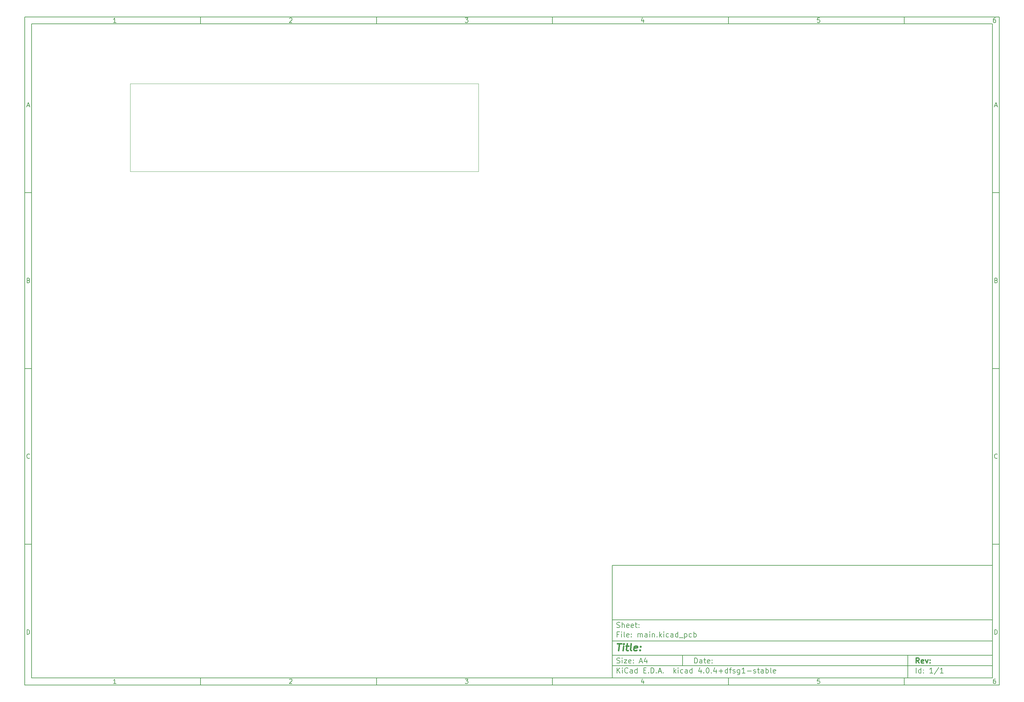
<source format=gbr>
G04 #@! TF.FileFunction,Profile,NP*
%FSLAX46Y46*%
G04 Gerber Fmt 4.6, Leading zero omitted, Abs format (unit mm)*
G04 Created by KiCad (PCBNEW 4.0.4+dfsg1-stable) date Wed Feb 15 18:20:12 2017*
%MOMM*%
%LPD*%
G01*
G04 APERTURE LIST*
%ADD10C,0.100000*%
%ADD11C,0.150000*%
%ADD12C,0.300000*%
%ADD13C,0.400000*%
G04 APERTURE END LIST*
D10*
D11*
X177002200Y-166007200D02*
X177002200Y-198007200D01*
X285002200Y-198007200D01*
X285002200Y-166007200D01*
X177002200Y-166007200D01*
D10*
D11*
X10000000Y-10000000D02*
X10000000Y-200007200D01*
X287002200Y-200007200D01*
X287002200Y-10000000D01*
X10000000Y-10000000D01*
D10*
D11*
X12000000Y-12000000D02*
X12000000Y-198007200D01*
X285002200Y-198007200D01*
X285002200Y-12000000D01*
X12000000Y-12000000D01*
D10*
D11*
X60000000Y-12000000D02*
X60000000Y-10000000D01*
D10*
D11*
X110000000Y-12000000D02*
X110000000Y-10000000D01*
D10*
D11*
X160000000Y-12000000D02*
X160000000Y-10000000D01*
D10*
D11*
X210000000Y-12000000D02*
X210000000Y-10000000D01*
D10*
D11*
X260000000Y-12000000D02*
X260000000Y-10000000D01*
D10*
D11*
X35990476Y-11588095D02*
X35247619Y-11588095D01*
X35619048Y-11588095D02*
X35619048Y-10288095D01*
X35495238Y-10473810D01*
X35371429Y-10597619D01*
X35247619Y-10659524D01*
D10*
D11*
X85247619Y-10411905D02*
X85309524Y-10350000D01*
X85433333Y-10288095D01*
X85742857Y-10288095D01*
X85866667Y-10350000D01*
X85928571Y-10411905D01*
X85990476Y-10535714D01*
X85990476Y-10659524D01*
X85928571Y-10845238D01*
X85185714Y-11588095D01*
X85990476Y-11588095D01*
D10*
D11*
X135185714Y-10288095D02*
X135990476Y-10288095D01*
X135557143Y-10783333D01*
X135742857Y-10783333D01*
X135866667Y-10845238D01*
X135928571Y-10907143D01*
X135990476Y-11030952D01*
X135990476Y-11340476D01*
X135928571Y-11464286D01*
X135866667Y-11526190D01*
X135742857Y-11588095D01*
X135371429Y-11588095D01*
X135247619Y-11526190D01*
X135185714Y-11464286D01*
D10*
D11*
X185866667Y-10721429D02*
X185866667Y-11588095D01*
X185557143Y-10226190D02*
X185247619Y-11154762D01*
X186052381Y-11154762D01*
D10*
D11*
X235928571Y-10288095D02*
X235309524Y-10288095D01*
X235247619Y-10907143D01*
X235309524Y-10845238D01*
X235433333Y-10783333D01*
X235742857Y-10783333D01*
X235866667Y-10845238D01*
X235928571Y-10907143D01*
X235990476Y-11030952D01*
X235990476Y-11340476D01*
X235928571Y-11464286D01*
X235866667Y-11526190D01*
X235742857Y-11588095D01*
X235433333Y-11588095D01*
X235309524Y-11526190D01*
X235247619Y-11464286D01*
D10*
D11*
X285866667Y-10288095D02*
X285619048Y-10288095D01*
X285495238Y-10350000D01*
X285433333Y-10411905D01*
X285309524Y-10597619D01*
X285247619Y-10845238D01*
X285247619Y-11340476D01*
X285309524Y-11464286D01*
X285371429Y-11526190D01*
X285495238Y-11588095D01*
X285742857Y-11588095D01*
X285866667Y-11526190D01*
X285928571Y-11464286D01*
X285990476Y-11340476D01*
X285990476Y-11030952D01*
X285928571Y-10907143D01*
X285866667Y-10845238D01*
X285742857Y-10783333D01*
X285495238Y-10783333D01*
X285371429Y-10845238D01*
X285309524Y-10907143D01*
X285247619Y-11030952D01*
D10*
D11*
X60000000Y-198007200D02*
X60000000Y-200007200D01*
D10*
D11*
X110000000Y-198007200D02*
X110000000Y-200007200D01*
D10*
D11*
X160000000Y-198007200D02*
X160000000Y-200007200D01*
D10*
D11*
X210000000Y-198007200D02*
X210000000Y-200007200D01*
D10*
D11*
X260000000Y-198007200D02*
X260000000Y-200007200D01*
D10*
D11*
X35990476Y-199595295D02*
X35247619Y-199595295D01*
X35619048Y-199595295D02*
X35619048Y-198295295D01*
X35495238Y-198481010D01*
X35371429Y-198604819D01*
X35247619Y-198666724D01*
D10*
D11*
X85247619Y-198419105D02*
X85309524Y-198357200D01*
X85433333Y-198295295D01*
X85742857Y-198295295D01*
X85866667Y-198357200D01*
X85928571Y-198419105D01*
X85990476Y-198542914D01*
X85990476Y-198666724D01*
X85928571Y-198852438D01*
X85185714Y-199595295D01*
X85990476Y-199595295D01*
D10*
D11*
X135185714Y-198295295D02*
X135990476Y-198295295D01*
X135557143Y-198790533D01*
X135742857Y-198790533D01*
X135866667Y-198852438D01*
X135928571Y-198914343D01*
X135990476Y-199038152D01*
X135990476Y-199347676D01*
X135928571Y-199471486D01*
X135866667Y-199533390D01*
X135742857Y-199595295D01*
X135371429Y-199595295D01*
X135247619Y-199533390D01*
X135185714Y-199471486D01*
D10*
D11*
X185866667Y-198728629D02*
X185866667Y-199595295D01*
X185557143Y-198233390D02*
X185247619Y-199161962D01*
X186052381Y-199161962D01*
D10*
D11*
X235928571Y-198295295D02*
X235309524Y-198295295D01*
X235247619Y-198914343D01*
X235309524Y-198852438D01*
X235433333Y-198790533D01*
X235742857Y-198790533D01*
X235866667Y-198852438D01*
X235928571Y-198914343D01*
X235990476Y-199038152D01*
X235990476Y-199347676D01*
X235928571Y-199471486D01*
X235866667Y-199533390D01*
X235742857Y-199595295D01*
X235433333Y-199595295D01*
X235309524Y-199533390D01*
X235247619Y-199471486D01*
D10*
D11*
X285866667Y-198295295D02*
X285619048Y-198295295D01*
X285495238Y-198357200D01*
X285433333Y-198419105D01*
X285309524Y-198604819D01*
X285247619Y-198852438D01*
X285247619Y-199347676D01*
X285309524Y-199471486D01*
X285371429Y-199533390D01*
X285495238Y-199595295D01*
X285742857Y-199595295D01*
X285866667Y-199533390D01*
X285928571Y-199471486D01*
X285990476Y-199347676D01*
X285990476Y-199038152D01*
X285928571Y-198914343D01*
X285866667Y-198852438D01*
X285742857Y-198790533D01*
X285495238Y-198790533D01*
X285371429Y-198852438D01*
X285309524Y-198914343D01*
X285247619Y-199038152D01*
D10*
D11*
X10000000Y-60000000D02*
X12000000Y-60000000D01*
D10*
D11*
X10000000Y-110000000D02*
X12000000Y-110000000D01*
D10*
D11*
X10000000Y-160000000D02*
X12000000Y-160000000D01*
D10*
D11*
X10690476Y-35216667D02*
X11309524Y-35216667D01*
X10566667Y-35588095D02*
X11000000Y-34288095D01*
X11433333Y-35588095D01*
D10*
D11*
X11092857Y-84907143D02*
X11278571Y-84969048D01*
X11340476Y-85030952D01*
X11402381Y-85154762D01*
X11402381Y-85340476D01*
X11340476Y-85464286D01*
X11278571Y-85526190D01*
X11154762Y-85588095D01*
X10659524Y-85588095D01*
X10659524Y-84288095D01*
X11092857Y-84288095D01*
X11216667Y-84350000D01*
X11278571Y-84411905D01*
X11340476Y-84535714D01*
X11340476Y-84659524D01*
X11278571Y-84783333D01*
X11216667Y-84845238D01*
X11092857Y-84907143D01*
X10659524Y-84907143D01*
D10*
D11*
X11402381Y-135464286D02*
X11340476Y-135526190D01*
X11154762Y-135588095D01*
X11030952Y-135588095D01*
X10845238Y-135526190D01*
X10721429Y-135402381D01*
X10659524Y-135278571D01*
X10597619Y-135030952D01*
X10597619Y-134845238D01*
X10659524Y-134597619D01*
X10721429Y-134473810D01*
X10845238Y-134350000D01*
X11030952Y-134288095D01*
X11154762Y-134288095D01*
X11340476Y-134350000D01*
X11402381Y-134411905D01*
D10*
D11*
X10659524Y-185588095D02*
X10659524Y-184288095D01*
X10969048Y-184288095D01*
X11154762Y-184350000D01*
X11278571Y-184473810D01*
X11340476Y-184597619D01*
X11402381Y-184845238D01*
X11402381Y-185030952D01*
X11340476Y-185278571D01*
X11278571Y-185402381D01*
X11154762Y-185526190D01*
X10969048Y-185588095D01*
X10659524Y-185588095D01*
D10*
D11*
X287002200Y-60000000D02*
X285002200Y-60000000D01*
D10*
D11*
X287002200Y-110000000D02*
X285002200Y-110000000D01*
D10*
D11*
X287002200Y-160000000D02*
X285002200Y-160000000D01*
D10*
D11*
X285692676Y-35216667D02*
X286311724Y-35216667D01*
X285568867Y-35588095D02*
X286002200Y-34288095D01*
X286435533Y-35588095D01*
D10*
D11*
X286095057Y-84907143D02*
X286280771Y-84969048D01*
X286342676Y-85030952D01*
X286404581Y-85154762D01*
X286404581Y-85340476D01*
X286342676Y-85464286D01*
X286280771Y-85526190D01*
X286156962Y-85588095D01*
X285661724Y-85588095D01*
X285661724Y-84288095D01*
X286095057Y-84288095D01*
X286218867Y-84350000D01*
X286280771Y-84411905D01*
X286342676Y-84535714D01*
X286342676Y-84659524D01*
X286280771Y-84783333D01*
X286218867Y-84845238D01*
X286095057Y-84907143D01*
X285661724Y-84907143D01*
D10*
D11*
X286404581Y-135464286D02*
X286342676Y-135526190D01*
X286156962Y-135588095D01*
X286033152Y-135588095D01*
X285847438Y-135526190D01*
X285723629Y-135402381D01*
X285661724Y-135278571D01*
X285599819Y-135030952D01*
X285599819Y-134845238D01*
X285661724Y-134597619D01*
X285723629Y-134473810D01*
X285847438Y-134350000D01*
X286033152Y-134288095D01*
X286156962Y-134288095D01*
X286342676Y-134350000D01*
X286404581Y-134411905D01*
D10*
D11*
X285661724Y-185588095D02*
X285661724Y-184288095D01*
X285971248Y-184288095D01*
X286156962Y-184350000D01*
X286280771Y-184473810D01*
X286342676Y-184597619D01*
X286404581Y-184845238D01*
X286404581Y-185030952D01*
X286342676Y-185278571D01*
X286280771Y-185402381D01*
X286156962Y-185526190D01*
X285971248Y-185588095D01*
X285661724Y-185588095D01*
D10*
D11*
X200359343Y-193785771D02*
X200359343Y-192285771D01*
X200716486Y-192285771D01*
X200930771Y-192357200D01*
X201073629Y-192500057D01*
X201145057Y-192642914D01*
X201216486Y-192928629D01*
X201216486Y-193142914D01*
X201145057Y-193428629D01*
X201073629Y-193571486D01*
X200930771Y-193714343D01*
X200716486Y-193785771D01*
X200359343Y-193785771D01*
X202502200Y-193785771D02*
X202502200Y-193000057D01*
X202430771Y-192857200D01*
X202287914Y-192785771D01*
X202002200Y-192785771D01*
X201859343Y-192857200D01*
X202502200Y-193714343D02*
X202359343Y-193785771D01*
X202002200Y-193785771D01*
X201859343Y-193714343D01*
X201787914Y-193571486D01*
X201787914Y-193428629D01*
X201859343Y-193285771D01*
X202002200Y-193214343D01*
X202359343Y-193214343D01*
X202502200Y-193142914D01*
X203002200Y-192785771D02*
X203573629Y-192785771D01*
X203216486Y-192285771D02*
X203216486Y-193571486D01*
X203287914Y-193714343D01*
X203430772Y-193785771D01*
X203573629Y-193785771D01*
X204645057Y-193714343D02*
X204502200Y-193785771D01*
X204216486Y-193785771D01*
X204073629Y-193714343D01*
X204002200Y-193571486D01*
X204002200Y-193000057D01*
X204073629Y-192857200D01*
X204216486Y-192785771D01*
X204502200Y-192785771D01*
X204645057Y-192857200D01*
X204716486Y-193000057D01*
X204716486Y-193142914D01*
X204002200Y-193285771D01*
X205359343Y-193642914D02*
X205430771Y-193714343D01*
X205359343Y-193785771D01*
X205287914Y-193714343D01*
X205359343Y-193642914D01*
X205359343Y-193785771D01*
X205359343Y-192857200D02*
X205430771Y-192928629D01*
X205359343Y-193000057D01*
X205287914Y-192928629D01*
X205359343Y-192857200D01*
X205359343Y-193000057D01*
D10*
D11*
X177002200Y-194507200D02*
X285002200Y-194507200D01*
D10*
D11*
X178359343Y-196585771D02*
X178359343Y-195085771D01*
X179216486Y-196585771D02*
X178573629Y-195728629D01*
X179216486Y-195085771D02*
X178359343Y-195942914D01*
X179859343Y-196585771D02*
X179859343Y-195585771D01*
X179859343Y-195085771D02*
X179787914Y-195157200D01*
X179859343Y-195228629D01*
X179930771Y-195157200D01*
X179859343Y-195085771D01*
X179859343Y-195228629D01*
X181430772Y-196442914D02*
X181359343Y-196514343D01*
X181145057Y-196585771D01*
X181002200Y-196585771D01*
X180787915Y-196514343D01*
X180645057Y-196371486D01*
X180573629Y-196228629D01*
X180502200Y-195942914D01*
X180502200Y-195728629D01*
X180573629Y-195442914D01*
X180645057Y-195300057D01*
X180787915Y-195157200D01*
X181002200Y-195085771D01*
X181145057Y-195085771D01*
X181359343Y-195157200D01*
X181430772Y-195228629D01*
X182716486Y-196585771D02*
X182716486Y-195800057D01*
X182645057Y-195657200D01*
X182502200Y-195585771D01*
X182216486Y-195585771D01*
X182073629Y-195657200D01*
X182716486Y-196514343D02*
X182573629Y-196585771D01*
X182216486Y-196585771D01*
X182073629Y-196514343D01*
X182002200Y-196371486D01*
X182002200Y-196228629D01*
X182073629Y-196085771D01*
X182216486Y-196014343D01*
X182573629Y-196014343D01*
X182716486Y-195942914D01*
X184073629Y-196585771D02*
X184073629Y-195085771D01*
X184073629Y-196514343D02*
X183930772Y-196585771D01*
X183645058Y-196585771D01*
X183502200Y-196514343D01*
X183430772Y-196442914D01*
X183359343Y-196300057D01*
X183359343Y-195871486D01*
X183430772Y-195728629D01*
X183502200Y-195657200D01*
X183645058Y-195585771D01*
X183930772Y-195585771D01*
X184073629Y-195657200D01*
X185930772Y-195800057D02*
X186430772Y-195800057D01*
X186645058Y-196585771D02*
X185930772Y-196585771D01*
X185930772Y-195085771D01*
X186645058Y-195085771D01*
X187287915Y-196442914D02*
X187359343Y-196514343D01*
X187287915Y-196585771D01*
X187216486Y-196514343D01*
X187287915Y-196442914D01*
X187287915Y-196585771D01*
X188002201Y-196585771D02*
X188002201Y-195085771D01*
X188359344Y-195085771D01*
X188573629Y-195157200D01*
X188716487Y-195300057D01*
X188787915Y-195442914D01*
X188859344Y-195728629D01*
X188859344Y-195942914D01*
X188787915Y-196228629D01*
X188716487Y-196371486D01*
X188573629Y-196514343D01*
X188359344Y-196585771D01*
X188002201Y-196585771D01*
X189502201Y-196442914D02*
X189573629Y-196514343D01*
X189502201Y-196585771D01*
X189430772Y-196514343D01*
X189502201Y-196442914D01*
X189502201Y-196585771D01*
X190145058Y-196157200D02*
X190859344Y-196157200D01*
X190002201Y-196585771D02*
X190502201Y-195085771D01*
X191002201Y-196585771D01*
X191502201Y-196442914D02*
X191573629Y-196514343D01*
X191502201Y-196585771D01*
X191430772Y-196514343D01*
X191502201Y-196442914D01*
X191502201Y-196585771D01*
X194502201Y-196585771D02*
X194502201Y-195085771D01*
X194645058Y-196014343D02*
X195073629Y-196585771D01*
X195073629Y-195585771D02*
X194502201Y-196157200D01*
X195716487Y-196585771D02*
X195716487Y-195585771D01*
X195716487Y-195085771D02*
X195645058Y-195157200D01*
X195716487Y-195228629D01*
X195787915Y-195157200D01*
X195716487Y-195085771D01*
X195716487Y-195228629D01*
X197073630Y-196514343D02*
X196930773Y-196585771D01*
X196645059Y-196585771D01*
X196502201Y-196514343D01*
X196430773Y-196442914D01*
X196359344Y-196300057D01*
X196359344Y-195871486D01*
X196430773Y-195728629D01*
X196502201Y-195657200D01*
X196645059Y-195585771D01*
X196930773Y-195585771D01*
X197073630Y-195657200D01*
X198359344Y-196585771D02*
X198359344Y-195800057D01*
X198287915Y-195657200D01*
X198145058Y-195585771D01*
X197859344Y-195585771D01*
X197716487Y-195657200D01*
X198359344Y-196514343D02*
X198216487Y-196585771D01*
X197859344Y-196585771D01*
X197716487Y-196514343D01*
X197645058Y-196371486D01*
X197645058Y-196228629D01*
X197716487Y-196085771D01*
X197859344Y-196014343D01*
X198216487Y-196014343D01*
X198359344Y-195942914D01*
X199716487Y-196585771D02*
X199716487Y-195085771D01*
X199716487Y-196514343D02*
X199573630Y-196585771D01*
X199287916Y-196585771D01*
X199145058Y-196514343D01*
X199073630Y-196442914D01*
X199002201Y-196300057D01*
X199002201Y-195871486D01*
X199073630Y-195728629D01*
X199145058Y-195657200D01*
X199287916Y-195585771D01*
X199573630Y-195585771D01*
X199716487Y-195657200D01*
X202216487Y-195585771D02*
X202216487Y-196585771D01*
X201859344Y-195014343D02*
X201502201Y-196085771D01*
X202430773Y-196085771D01*
X203002201Y-196442914D02*
X203073629Y-196514343D01*
X203002201Y-196585771D01*
X202930772Y-196514343D01*
X203002201Y-196442914D01*
X203002201Y-196585771D01*
X204002201Y-195085771D02*
X204145058Y-195085771D01*
X204287915Y-195157200D01*
X204359344Y-195228629D01*
X204430773Y-195371486D01*
X204502201Y-195657200D01*
X204502201Y-196014343D01*
X204430773Y-196300057D01*
X204359344Y-196442914D01*
X204287915Y-196514343D01*
X204145058Y-196585771D01*
X204002201Y-196585771D01*
X203859344Y-196514343D01*
X203787915Y-196442914D01*
X203716487Y-196300057D01*
X203645058Y-196014343D01*
X203645058Y-195657200D01*
X203716487Y-195371486D01*
X203787915Y-195228629D01*
X203859344Y-195157200D01*
X204002201Y-195085771D01*
X205145058Y-196442914D02*
X205216486Y-196514343D01*
X205145058Y-196585771D01*
X205073629Y-196514343D01*
X205145058Y-196442914D01*
X205145058Y-196585771D01*
X206502201Y-195585771D02*
X206502201Y-196585771D01*
X206145058Y-195014343D02*
X205787915Y-196085771D01*
X206716487Y-196085771D01*
X207287915Y-196014343D02*
X208430772Y-196014343D01*
X207859343Y-196585771D02*
X207859343Y-195442914D01*
X209787915Y-196585771D02*
X209787915Y-195085771D01*
X209787915Y-196514343D02*
X209645058Y-196585771D01*
X209359344Y-196585771D01*
X209216486Y-196514343D01*
X209145058Y-196442914D01*
X209073629Y-196300057D01*
X209073629Y-195871486D01*
X209145058Y-195728629D01*
X209216486Y-195657200D01*
X209359344Y-195585771D01*
X209645058Y-195585771D01*
X209787915Y-195657200D01*
X210287915Y-195585771D02*
X210859344Y-195585771D01*
X210502201Y-196585771D02*
X210502201Y-195300057D01*
X210573629Y-195157200D01*
X210716487Y-195085771D01*
X210859344Y-195085771D01*
X211287915Y-196514343D02*
X211430772Y-196585771D01*
X211716487Y-196585771D01*
X211859344Y-196514343D01*
X211930772Y-196371486D01*
X211930772Y-196300057D01*
X211859344Y-196157200D01*
X211716487Y-196085771D01*
X211502201Y-196085771D01*
X211359344Y-196014343D01*
X211287915Y-195871486D01*
X211287915Y-195800057D01*
X211359344Y-195657200D01*
X211502201Y-195585771D01*
X211716487Y-195585771D01*
X211859344Y-195657200D01*
X213216487Y-195585771D02*
X213216487Y-196800057D01*
X213145058Y-196942914D01*
X213073630Y-197014343D01*
X212930773Y-197085771D01*
X212716487Y-197085771D01*
X212573630Y-197014343D01*
X213216487Y-196514343D02*
X213073630Y-196585771D01*
X212787916Y-196585771D01*
X212645058Y-196514343D01*
X212573630Y-196442914D01*
X212502201Y-196300057D01*
X212502201Y-195871486D01*
X212573630Y-195728629D01*
X212645058Y-195657200D01*
X212787916Y-195585771D01*
X213073630Y-195585771D01*
X213216487Y-195657200D01*
X214716487Y-196585771D02*
X213859344Y-196585771D01*
X214287916Y-196585771D02*
X214287916Y-195085771D01*
X214145059Y-195300057D01*
X214002201Y-195442914D01*
X213859344Y-195514343D01*
X215359344Y-196014343D02*
X216502201Y-196014343D01*
X217145058Y-196514343D02*
X217287915Y-196585771D01*
X217573630Y-196585771D01*
X217716487Y-196514343D01*
X217787915Y-196371486D01*
X217787915Y-196300057D01*
X217716487Y-196157200D01*
X217573630Y-196085771D01*
X217359344Y-196085771D01*
X217216487Y-196014343D01*
X217145058Y-195871486D01*
X217145058Y-195800057D01*
X217216487Y-195657200D01*
X217359344Y-195585771D01*
X217573630Y-195585771D01*
X217716487Y-195657200D01*
X218216487Y-195585771D02*
X218787916Y-195585771D01*
X218430773Y-195085771D02*
X218430773Y-196371486D01*
X218502201Y-196514343D01*
X218645059Y-196585771D01*
X218787916Y-196585771D01*
X219930773Y-196585771D02*
X219930773Y-195800057D01*
X219859344Y-195657200D01*
X219716487Y-195585771D01*
X219430773Y-195585771D01*
X219287916Y-195657200D01*
X219930773Y-196514343D02*
X219787916Y-196585771D01*
X219430773Y-196585771D01*
X219287916Y-196514343D01*
X219216487Y-196371486D01*
X219216487Y-196228629D01*
X219287916Y-196085771D01*
X219430773Y-196014343D01*
X219787916Y-196014343D01*
X219930773Y-195942914D01*
X220645059Y-196585771D02*
X220645059Y-195085771D01*
X220645059Y-195657200D02*
X220787916Y-195585771D01*
X221073630Y-195585771D01*
X221216487Y-195657200D01*
X221287916Y-195728629D01*
X221359345Y-195871486D01*
X221359345Y-196300057D01*
X221287916Y-196442914D01*
X221216487Y-196514343D01*
X221073630Y-196585771D01*
X220787916Y-196585771D01*
X220645059Y-196514343D01*
X222216488Y-196585771D02*
X222073630Y-196514343D01*
X222002202Y-196371486D01*
X222002202Y-195085771D01*
X223359344Y-196514343D02*
X223216487Y-196585771D01*
X222930773Y-196585771D01*
X222787916Y-196514343D01*
X222716487Y-196371486D01*
X222716487Y-195800057D01*
X222787916Y-195657200D01*
X222930773Y-195585771D01*
X223216487Y-195585771D01*
X223359344Y-195657200D01*
X223430773Y-195800057D01*
X223430773Y-195942914D01*
X222716487Y-196085771D01*
D10*
D11*
X177002200Y-191507200D02*
X285002200Y-191507200D01*
D10*
D12*
X264216486Y-193785771D02*
X263716486Y-193071486D01*
X263359343Y-193785771D02*
X263359343Y-192285771D01*
X263930771Y-192285771D01*
X264073629Y-192357200D01*
X264145057Y-192428629D01*
X264216486Y-192571486D01*
X264216486Y-192785771D01*
X264145057Y-192928629D01*
X264073629Y-193000057D01*
X263930771Y-193071486D01*
X263359343Y-193071486D01*
X265430771Y-193714343D02*
X265287914Y-193785771D01*
X265002200Y-193785771D01*
X264859343Y-193714343D01*
X264787914Y-193571486D01*
X264787914Y-193000057D01*
X264859343Y-192857200D01*
X265002200Y-192785771D01*
X265287914Y-192785771D01*
X265430771Y-192857200D01*
X265502200Y-193000057D01*
X265502200Y-193142914D01*
X264787914Y-193285771D01*
X266002200Y-192785771D02*
X266359343Y-193785771D01*
X266716485Y-192785771D01*
X267287914Y-193642914D02*
X267359342Y-193714343D01*
X267287914Y-193785771D01*
X267216485Y-193714343D01*
X267287914Y-193642914D01*
X267287914Y-193785771D01*
X267287914Y-192857200D02*
X267359342Y-192928629D01*
X267287914Y-193000057D01*
X267216485Y-192928629D01*
X267287914Y-192857200D01*
X267287914Y-193000057D01*
D10*
D11*
X178287914Y-193714343D02*
X178502200Y-193785771D01*
X178859343Y-193785771D01*
X179002200Y-193714343D01*
X179073629Y-193642914D01*
X179145057Y-193500057D01*
X179145057Y-193357200D01*
X179073629Y-193214343D01*
X179002200Y-193142914D01*
X178859343Y-193071486D01*
X178573629Y-193000057D01*
X178430771Y-192928629D01*
X178359343Y-192857200D01*
X178287914Y-192714343D01*
X178287914Y-192571486D01*
X178359343Y-192428629D01*
X178430771Y-192357200D01*
X178573629Y-192285771D01*
X178930771Y-192285771D01*
X179145057Y-192357200D01*
X179787914Y-193785771D02*
X179787914Y-192785771D01*
X179787914Y-192285771D02*
X179716485Y-192357200D01*
X179787914Y-192428629D01*
X179859342Y-192357200D01*
X179787914Y-192285771D01*
X179787914Y-192428629D01*
X180359343Y-192785771D02*
X181145057Y-192785771D01*
X180359343Y-193785771D01*
X181145057Y-193785771D01*
X182287914Y-193714343D02*
X182145057Y-193785771D01*
X181859343Y-193785771D01*
X181716486Y-193714343D01*
X181645057Y-193571486D01*
X181645057Y-193000057D01*
X181716486Y-192857200D01*
X181859343Y-192785771D01*
X182145057Y-192785771D01*
X182287914Y-192857200D01*
X182359343Y-193000057D01*
X182359343Y-193142914D01*
X181645057Y-193285771D01*
X183002200Y-193642914D02*
X183073628Y-193714343D01*
X183002200Y-193785771D01*
X182930771Y-193714343D01*
X183002200Y-193642914D01*
X183002200Y-193785771D01*
X183002200Y-192857200D02*
X183073628Y-192928629D01*
X183002200Y-193000057D01*
X182930771Y-192928629D01*
X183002200Y-192857200D01*
X183002200Y-193000057D01*
X184787914Y-193357200D02*
X185502200Y-193357200D01*
X184645057Y-193785771D02*
X185145057Y-192285771D01*
X185645057Y-193785771D01*
X186787914Y-192785771D02*
X186787914Y-193785771D01*
X186430771Y-192214343D02*
X186073628Y-193285771D01*
X187002200Y-193285771D01*
D10*
D11*
X263359343Y-196585771D02*
X263359343Y-195085771D01*
X264716486Y-196585771D02*
X264716486Y-195085771D01*
X264716486Y-196514343D02*
X264573629Y-196585771D01*
X264287915Y-196585771D01*
X264145057Y-196514343D01*
X264073629Y-196442914D01*
X264002200Y-196300057D01*
X264002200Y-195871486D01*
X264073629Y-195728629D01*
X264145057Y-195657200D01*
X264287915Y-195585771D01*
X264573629Y-195585771D01*
X264716486Y-195657200D01*
X265430772Y-196442914D02*
X265502200Y-196514343D01*
X265430772Y-196585771D01*
X265359343Y-196514343D01*
X265430772Y-196442914D01*
X265430772Y-196585771D01*
X265430772Y-195657200D02*
X265502200Y-195728629D01*
X265430772Y-195800057D01*
X265359343Y-195728629D01*
X265430772Y-195657200D01*
X265430772Y-195800057D01*
X268073629Y-196585771D02*
X267216486Y-196585771D01*
X267645058Y-196585771D02*
X267645058Y-195085771D01*
X267502201Y-195300057D01*
X267359343Y-195442914D01*
X267216486Y-195514343D01*
X269787914Y-195014343D02*
X268502200Y-196942914D01*
X271073629Y-196585771D02*
X270216486Y-196585771D01*
X270645058Y-196585771D02*
X270645058Y-195085771D01*
X270502201Y-195300057D01*
X270359343Y-195442914D01*
X270216486Y-195514343D01*
D10*
D11*
X177002200Y-187507200D02*
X285002200Y-187507200D01*
D10*
D13*
X178454581Y-188211962D02*
X179597438Y-188211962D01*
X178776010Y-190211962D02*
X179026010Y-188211962D01*
X180014105Y-190211962D02*
X180180771Y-188878629D01*
X180264105Y-188211962D02*
X180156962Y-188307200D01*
X180240295Y-188402438D01*
X180347439Y-188307200D01*
X180264105Y-188211962D01*
X180240295Y-188402438D01*
X180847438Y-188878629D02*
X181609343Y-188878629D01*
X181216486Y-188211962D02*
X181002200Y-189926248D01*
X181073630Y-190116724D01*
X181252201Y-190211962D01*
X181442677Y-190211962D01*
X182395058Y-190211962D02*
X182216487Y-190116724D01*
X182145057Y-189926248D01*
X182359343Y-188211962D01*
X183930772Y-190116724D02*
X183728391Y-190211962D01*
X183347439Y-190211962D01*
X183168867Y-190116724D01*
X183097438Y-189926248D01*
X183192676Y-189164343D01*
X183311724Y-188973867D01*
X183514105Y-188878629D01*
X183895057Y-188878629D01*
X184073629Y-188973867D01*
X184145057Y-189164343D01*
X184121248Y-189354819D01*
X183145057Y-189545295D01*
X184895057Y-190021486D02*
X184978392Y-190116724D01*
X184871248Y-190211962D01*
X184787915Y-190116724D01*
X184895057Y-190021486D01*
X184871248Y-190211962D01*
X185026010Y-188973867D02*
X185109344Y-189069105D01*
X185002200Y-189164343D01*
X184918867Y-189069105D01*
X185026010Y-188973867D01*
X185002200Y-189164343D01*
D10*
D11*
X178859343Y-185600057D02*
X178359343Y-185600057D01*
X178359343Y-186385771D02*
X178359343Y-184885771D01*
X179073629Y-184885771D01*
X179645057Y-186385771D02*
X179645057Y-185385771D01*
X179645057Y-184885771D02*
X179573628Y-184957200D01*
X179645057Y-185028629D01*
X179716485Y-184957200D01*
X179645057Y-184885771D01*
X179645057Y-185028629D01*
X180573629Y-186385771D02*
X180430771Y-186314343D01*
X180359343Y-186171486D01*
X180359343Y-184885771D01*
X181716485Y-186314343D02*
X181573628Y-186385771D01*
X181287914Y-186385771D01*
X181145057Y-186314343D01*
X181073628Y-186171486D01*
X181073628Y-185600057D01*
X181145057Y-185457200D01*
X181287914Y-185385771D01*
X181573628Y-185385771D01*
X181716485Y-185457200D01*
X181787914Y-185600057D01*
X181787914Y-185742914D01*
X181073628Y-185885771D01*
X182430771Y-186242914D02*
X182502199Y-186314343D01*
X182430771Y-186385771D01*
X182359342Y-186314343D01*
X182430771Y-186242914D01*
X182430771Y-186385771D01*
X182430771Y-185457200D02*
X182502199Y-185528629D01*
X182430771Y-185600057D01*
X182359342Y-185528629D01*
X182430771Y-185457200D01*
X182430771Y-185600057D01*
X184287914Y-186385771D02*
X184287914Y-185385771D01*
X184287914Y-185528629D02*
X184359342Y-185457200D01*
X184502200Y-185385771D01*
X184716485Y-185385771D01*
X184859342Y-185457200D01*
X184930771Y-185600057D01*
X184930771Y-186385771D01*
X184930771Y-185600057D02*
X185002200Y-185457200D01*
X185145057Y-185385771D01*
X185359342Y-185385771D01*
X185502200Y-185457200D01*
X185573628Y-185600057D01*
X185573628Y-186385771D01*
X186930771Y-186385771D02*
X186930771Y-185600057D01*
X186859342Y-185457200D01*
X186716485Y-185385771D01*
X186430771Y-185385771D01*
X186287914Y-185457200D01*
X186930771Y-186314343D02*
X186787914Y-186385771D01*
X186430771Y-186385771D01*
X186287914Y-186314343D01*
X186216485Y-186171486D01*
X186216485Y-186028629D01*
X186287914Y-185885771D01*
X186430771Y-185814343D01*
X186787914Y-185814343D01*
X186930771Y-185742914D01*
X187645057Y-186385771D02*
X187645057Y-185385771D01*
X187645057Y-184885771D02*
X187573628Y-184957200D01*
X187645057Y-185028629D01*
X187716485Y-184957200D01*
X187645057Y-184885771D01*
X187645057Y-185028629D01*
X188359343Y-185385771D02*
X188359343Y-186385771D01*
X188359343Y-185528629D02*
X188430771Y-185457200D01*
X188573629Y-185385771D01*
X188787914Y-185385771D01*
X188930771Y-185457200D01*
X189002200Y-185600057D01*
X189002200Y-186385771D01*
X189716486Y-186242914D02*
X189787914Y-186314343D01*
X189716486Y-186385771D01*
X189645057Y-186314343D01*
X189716486Y-186242914D01*
X189716486Y-186385771D01*
X190430772Y-186385771D02*
X190430772Y-184885771D01*
X190573629Y-185814343D02*
X191002200Y-186385771D01*
X191002200Y-185385771D02*
X190430772Y-185957200D01*
X191645058Y-186385771D02*
X191645058Y-185385771D01*
X191645058Y-184885771D02*
X191573629Y-184957200D01*
X191645058Y-185028629D01*
X191716486Y-184957200D01*
X191645058Y-184885771D01*
X191645058Y-185028629D01*
X193002201Y-186314343D02*
X192859344Y-186385771D01*
X192573630Y-186385771D01*
X192430772Y-186314343D01*
X192359344Y-186242914D01*
X192287915Y-186100057D01*
X192287915Y-185671486D01*
X192359344Y-185528629D01*
X192430772Y-185457200D01*
X192573630Y-185385771D01*
X192859344Y-185385771D01*
X193002201Y-185457200D01*
X194287915Y-186385771D02*
X194287915Y-185600057D01*
X194216486Y-185457200D01*
X194073629Y-185385771D01*
X193787915Y-185385771D01*
X193645058Y-185457200D01*
X194287915Y-186314343D02*
X194145058Y-186385771D01*
X193787915Y-186385771D01*
X193645058Y-186314343D01*
X193573629Y-186171486D01*
X193573629Y-186028629D01*
X193645058Y-185885771D01*
X193787915Y-185814343D01*
X194145058Y-185814343D01*
X194287915Y-185742914D01*
X195645058Y-186385771D02*
X195645058Y-184885771D01*
X195645058Y-186314343D02*
X195502201Y-186385771D01*
X195216487Y-186385771D01*
X195073629Y-186314343D01*
X195002201Y-186242914D01*
X194930772Y-186100057D01*
X194930772Y-185671486D01*
X195002201Y-185528629D01*
X195073629Y-185457200D01*
X195216487Y-185385771D01*
X195502201Y-185385771D01*
X195645058Y-185457200D01*
X196002201Y-186528629D02*
X197145058Y-186528629D01*
X197502201Y-185385771D02*
X197502201Y-186885771D01*
X197502201Y-185457200D02*
X197645058Y-185385771D01*
X197930772Y-185385771D01*
X198073629Y-185457200D01*
X198145058Y-185528629D01*
X198216487Y-185671486D01*
X198216487Y-186100057D01*
X198145058Y-186242914D01*
X198073629Y-186314343D01*
X197930772Y-186385771D01*
X197645058Y-186385771D01*
X197502201Y-186314343D01*
X199502201Y-186314343D02*
X199359344Y-186385771D01*
X199073630Y-186385771D01*
X198930772Y-186314343D01*
X198859344Y-186242914D01*
X198787915Y-186100057D01*
X198787915Y-185671486D01*
X198859344Y-185528629D01*
X198930772Y-185457200D01*
X199073630Y-185385771D01*
X199359344Y-185385771D01*
X199502201Y-185457200D01*
X200145058Y-186385771D02*
X200145058Y-184885771D01*
X200145058Y-185457200D02*
X200287915Y-185385771D01*
X200573629Y-185385771D01*
X200716486Y-185457200D01*
X200787915Y-185528629D01*
X200859344Y-185671486D01*
X200859344Y-186100057D01*
X200787915Y-186242914D01*
X200716486Y-186314343D01*
X200573629Y-186385771D01*
X200287915Y-186385771D01*
X200145058Y-186314343D01*
D10*
D11*
X177002200Y-181507200D02*
X285002200Y-181507200D01*
D10*
D11*
X178287914Y-183614343D02*
X178502200Y-183685771D01*
X178859343Y-183685771D01*
X179002200Y-183614343D01*
X179073629Y-183542914D01*
X179145057Y-183400057D01*
X179145057Y-183257200D01*
X179073629Y-183114343D01*
X179002200Y-183042914D01*
X178859343Y-182971486D01*
X178573629Y-182900057D01*
X178430771Y-182828629D01*
X178359343Y-182757200D01*
X178287914Y-182614343D01*
X178287914Y-182471486D01*
X178359343Y-182328629D01*
X178430771Y-182257200D01*
X178573629Y-182185771D01*
X178930771Y-182185771D01*
X179145057Y-182257200D01*
X179787914Y-183685771D02*
X179787914Y-182185771D01*
X180430771Y-183685771D02*
X180430771Y-182900057D01*
X180359342Y-182757200D01*
X180216485Y-182685771D01*
X180002200Y-182685771D01*
X179859342Y-182757200D01*
X179787914Y-182828629D01*
X181716485Y-183614343D02*
X181573628Y-183685771D01*
X181287914Y-183685771D01*
X181145057Y-183614343D01*
X181073628Y-183471486D01*
X181073628Y-182900057D01*
X181145057Y-182757200D01*
X181287914Y-182685771D01*
X181573628Y-182685771D01*
X181716485Y-182757200D01*
X181787914Y-182900057D01*
X181787914Y-183042914D01*
X181073628Y-183185771D01*
X183002199Y-183614343D02*
X182859342Y-183685771D01*
X182573628Y-183685771D01*
X182430771Y-183614343D01*
X182359342Y-183471486D01*
X182359342Y-182900057D01*
X182430771Y-182757200D01*
X182573628Y-182685771D01*
X182859342Y-182685771D01*
X183002199Y-182757200D01*
X183073628Y-182900057D01*
X183073628Y-183042914D01*
X182359342Y-183185771D01*
X183502199Y-182685771D02*
X184073628Y-182685771D01*
X183716485Y-182185771D02*
X183716485Y-183471486D01*
X183787913Y-183614343D01*
X183930771Y-183685771D01*
X184073628Y-183685771D01*
X184573628Y-183542914D02*
X184645056Y-183614343D01*
X184573628Y-183685771D01*
X184502199Y-183614343D01*
X184573628Y-183542914D01*
X184573628Y-183685771D01*
X184573628Y-182757200D02*
X184645056Y-182828629D01*
X184573628Y-182900057D01*
X184502199Y-182828629D01*
X184573628Y-182757200D01*
X184573628Y-182900057D01*
D10*
D11*
X197002200Y-191507200D02*
X197002200Y-194507200D01*
D10*
D11*
X261002200Y-191507200D02*
X261002200Y-198007200D01*
D10*
X40000000Y-54000000D02*
X40000000Y-29000000D01*
X139000000Y-54000000D02*
X40000000Y-54000000D01*
X139000000Y-29000000D02*
X139000000Y-54000000D01*
X40000000Y-29000000D02*
X139000000Y-29000000D01*
M02*

</source>
